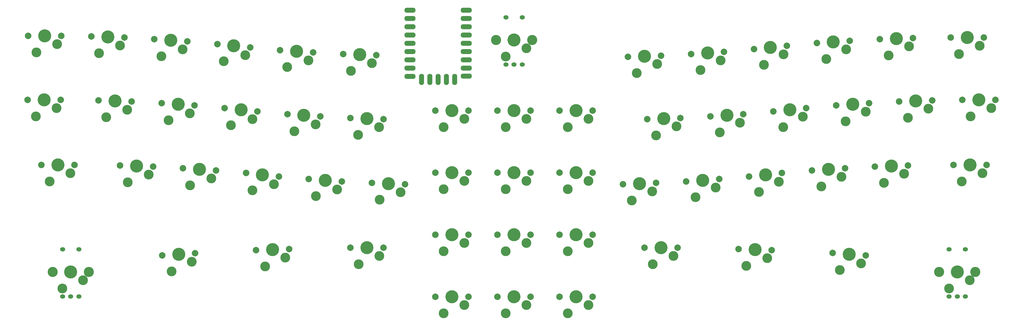
<source format=gbr>
G04 #@! TF.GenerationSoftware,KiCad,Pcbnew,7.0.9*
G04 #@! TF.CreationDate,2024-02-06T21:39:52+09:00*
G04 #@! TF.ProjectId,tijuana,74696a75-616e-4612-9e6b-696361645f70,rev?*
G04 #@! TF.SameCoordinates,Original*
G04 #@! TF.FileFunction,Soldermask,Top*
G04 #@! TF.FilePolarity,Negative*
%FSLAX46Y46*%
G04 Gerber Fmt 4.6, Leading zero omitted, Abs format (unit mm)*
G04 Created by KiCad (PCBNEW 7.0.9) date 2024-02-06 21:39:52*
%MOMM*%
%LPD*%
G01*
G04 APERTURE LIST*
%ADD10C,3.000000*%
%ADD11C,4.000000*%
%ADD12O,1.600000X1.300000*%
%ADD13C,3.100000*%
%ADD14C,2.000000*%
%ADD15C,1.250000*%
%ADD16O,3.500000X1.500000*%
%ADD17O,1.500000X3.500000*%
G04 APERTURE END LIST*
D10*
X39210000Y-101840000D03*
D11*
X35400000Y-99300000D03*
D10*
X32860000Y-104380000D03*
D12*
X32900000Y-106800000D03*
X37900000Y-106800000D03*
X35400000Y-106800000D03*
D13*
X40950000Y-99300000D03*
X29850000Y-99300000D03*
D12*
X32900000Y-92300000D03*
X37900000Y-92300000D03*
D14*
X176485900Y-106907200D03*
D10*
X175215900Y-109447200D03*
D11*
X171405900Y-106907200D03*
D10*
X168865900Y-111987200D03*
D14*
X166325900Y-106907200D03*
X71213725Y-28494763D03*
D10*
X69769638Y-30939985D03*
D11*
X66146100Y-28140400D03*
D10*
X63257924Y-33030844D03*
D14*
X61078475Y-27786037D03*
X118616425Y-71482763D03*
D10*
X117172338Y-73927985D03*
D11*
X113548800Y-71128400D03*
D10*
X110660624Y-76018844D03*
D14*
X108481175Y-70774037D03*
X299795705Y-46604011D03*
D10*
X298615124Y-49186786D03*
D11*
X294718800Y-46781300D03*
D10*
X292357637Y-51946850D03*
D14*
X289641895Y-46958589D03*
X32499900Y-26785400D03*
D10*
X31229900Y-29325400D03*
D11*
X27419900Y-26785400D03*
D10*
X24879900Y-31865400D03*
D14*
X22339900Y-26785400D03*
X241844825Y-50816937D03*
D10*
X240755100Y-53439341D03*
D11*
X236777200Y-51171300D03*
D10*
X234597750Y-56416107D03*
D14*
X231709575Y-51525663D03*
X112037425Y-51525663D03*
D10*
X110593338Y-53970885D03*
D11*
X106969800Y-51171300D03*
D10*
X104081624Y-56061744D03*
D14*
X101902175Y-50816937D03*
X279394725Y-94182263D03*
D10*
X277950638Y-96627485D03*
D11*
X274327100Y-93827900D03*
D10*
X271438924Y-98718344D03*
D14*
X269259475Y-93473537D03*
X73607225Y-93503537D03*
D10*
X72517500Y-96125941D03*
D11*
X68539600Y-93857900D03*
D10*
X66360150Y-99102707D03*
D14*
X63471975Y-94212263D03*
X319172300Y-46440000D03*
D10*
X317902300Y-48980000D03*
D11*
X314092300Y-46440000D03*
D10*
X311552300Y-51520000D03*
D14*
X309012300Y-46440000D03*
X176485900Y-49757200D03*
D10*
X175215900Y-52297200D03*
D11*
X171405900Y-49757200D03*
D10*
X168865900Y-54837200D03*
D14*
X166325900Y-49757200D03*
X60675705Y-66925689D03*
D10*
X59317834Y-69419820D03*
D11*
X55598800Y-66748400D03*
D10*
X52883058Y-71736661D03*
D14*
X50521895Y-66571111D03*
X54096705Y-46958589D03*
D10*
X52738834Y-49452720D03*
D11*
X49019800Y-46781300D03*
D10*
X46304058Y-51769561D03*
D14*
X43942895Y-46604011D03*
X131379600Y-91835300D03*
D10*
X130109600Y-94375300D03*
D11*
X126299600Y-91835300D03*
D10*
X123759600Y-96915300D03*
D14*
X121219600Y-91835300D03*
X90498271Y-30361405D03*
D10*
X88969726Y-32754739D03*
D11*
X85446100Y-29830400D03*
D10*
X82389010Y-34617069D03*
D14*
X80393929Y-29299395D03*
X216580905Y-32863111D03*
D10*
X215400324Y-35445886D03*
D11*
X211504000Y-33040400D03*
D10*
X209142837Y-38205950D03*
D14*
X206427095Y-33217689D03*
X131396705Y-52358589D03*
D10*
X130038834Y-54852720D03*
D11*
X126319800Y-52181300D03*
D10*
X123604058Y-57169561D03*
D14*
X121242895Y-52004011D03*
X176485900Y-87857200D03*
D10*
X175215900Y-90397200D03*
D11*
X171405900Y-87857200D03*
D10*
X168865900Y-92937200D03*
D14*
X166325900Y-87857200D03*
X234406425Y-70774037D03*
D10*
X233316700Y-73396441D03*
D11*
X229338800Y-71128400D03*
D10*
X227159350Y-76373207D03*
D14*
X224271175Y-71482763D03*
X215065705Y-71964011D03*
D10*
X213885124Y-74546786D03*
D11*
X209988800Y-72141300D03*
D10*
X207627637Y-77306850D03*
D14*
X204911895Y-72318589D03*
X137975705Y-72318589D03*
D10*
X136617834Y-74812720D03*
D11*
X132898800Y-72141300D03*
D10*
X130183058Y-77129561D03*
D14*
X127821895Y-71964011D03*
X195535900Y-49757200D03*
D10*
X194265900Y-52297200D03*
D11*
X190455900Y-49757200D03*
D10*
X187915900Y-54837200D03*
D14*
X185375900Y-49757200D03*
X261126771Y-48950295D03*
D10*
X260129231Y-51609132D03*
D11*
X256074600Y-49481300D03*
D10*
X254079519Y-54798974D03*
D14*
X251022429Y-50012305D03*
X280443025Y-47446937D03*
D10*
X279353300Y-50069341D03*
D11*
X275375400Y-47801300D03*
D10*
X273195950Y-53046107D03*
D14*
X270307775Y-48155663D03*
X157435900Y-49757200D03*
D10*
X156165900Y-52297200D03*
D11*
X152355900Y-49757200D03*
D10*
X149815900Y-54837200D03*
D14*
X147275900Y-49757200D03*
X292380705Y-66571111D03*
D10*
X291200124Y-69153886D03*
D11*
X287303800Y-66748400D03*
D10*
X284942637Y-71913950D03*
D14*
X282226895Y-66925689D03*
X80016425Y-68112763D03*
D10*
X78572338Y-70557985D03*
D11*
X74948800Y-67758400D03*
D10*
X72060624Y-72648844D03*
D14*
X69881175Y-67404037D03*
X195535900Y-68807200D03*
D10*
X194265900Y-71347200D03*
D11*
X190455900Y-68807200D03*
D10*
X187915900Y-73887200D03*
D14*
X185375900Y-68807200D03*
X255190171Y-29809395D03*
D10*
X254192631Y-32468232D03*
D11*
X250138000Y-30340400D03*
D10*
X248142919Y-35658074D03*
D14*
X245085829Y-30871405D03*
X316517900Y-66408400D03*
D10*
X315247900Y-68948400D03*
D11*
X311437900Y-66408400D03*
D10*
X308897900Y-71488400D03*
D14*
X306357900Y-66408400D03*
D15*
X140520000Y-18920000D03*
D16*
X139520000Y-18920000D03*
D15*
X140520000Y-21440000D03*
D16*
X139520000Y-21440000D03*
D15*
X140520000Y-23980000D03*
D16*
X139520000Y-23980000D03*
D15*
X140520000Y-26510000D03*
D16*
X139520000Y-26510000D03*
D15*
X140520000Y-29060000D03*
D16*
X139520000Y-29060000D03*
D15*
X140520000Y-31600000D03*
D16*
X139520000Y-31600000D03*
D15*
X140520000Y-34140000D03*
D16*
X139520000Y-34140000D03*
D15*
X140520000Y-36680000D03*
D16*
X139520000Y-36680000D03*
D15*
X140520000Y-39220000D03*
D16*
X139520000Y-39220000D03*
D15*
X143060000Y-39220000D03*
D17*
X143060000Y-40220000D03*
D15*
X145610000Y-39220000D03*
D17*
X145610000Y-40220000D03*
D15*
X148140334Y-39220000D03*
D17*
X148140334Y-40220000D03*
D15*
X150690334Y-39220000D03*
D17*
X150690334Y-40220000D03*
D15*
X153220000Y-39220000D03*
D17*
X153220000Y-40220000D03*
D15*
X155760000Y-39204341D03*
D16*
X156760000Y-39204341D03*
D15*
X155760000Y-36680000D03*
D16*
X156760000Y-36680000D03*
D15*
X155760000Y-34140000D03*
D16*
X156760000Y-34140000D03*
D15*
X155760000Y-31600000D03*
D16*
X156760000Y-31600000D03*
D15*
X155760000Y-29060000D03*
D16*
X156760000Y-29060000D03*
D15*
X155760000Y-26510000D03*
D16*
X156760000Y-26510000D03*
D15*
X155760000Y-23980000D03*
D16*
X156760000Y-23980000D03*
D15*
X155760000Y-21440000D03*
D16*
X156760000Y-21440000D03*
D15*
X155760000Y-18920000D03*
D16*
X156760000Y-18920000D03*
D14*
X129183005Y-32707689D03*
D10*
X127825134Y-35201820D03*
D11*
X124106100Y-32530400D03*
D10*
X121390358Y-37518661D03*
D14*
X119029195Y-32353111D03*
X32345900Y-46451300D03*
D10*
X31075900Y-48991300D03*
D11*
X27265900Y-46451300D03*
D10*
X24725900Y-51531300D03*
D14*
X22185900Y-46451300D03*
X102476505Y-92250611D03*
D10*
X101295924Y-94833386D03*
D11*
X97399600Y-92427900D03*
D10*
X95038437Y-97593450D03*
D14*
X92322695Y-92605189D03*
X92721971Y-50012305D03*
D10*
X91193426Y-52405639D03*
D11*
X87669800Y-49481300D03*
D10*
X84612710Y-54267969D03*
D14*
X82617629Y-48950295D03*
X99300971Y-69969405D03*
D10*
X97772426Y-72362739D03*
D11*
X94248800Y-69438400D03*
D10*
X91191710Y-74225069D03*
D14*
X89196629Y-68907395D03*
X235910125Y-31676037D03*
D10*
X234820400Y-34298441D03*
D11*
X230842500Y-32030400D03*
D10*
X228663050Y-37275207D03*
D14*
X225774875Y-32384763D03*
X195535900Y-87857200D03*
D10*
X194265900Y-90397200D03*
D11*
X190455900Y-87857200D03*
D10*
X187915900Y-92937200D03*
D14*
X185375900Y-87857200D03*
X36545900Y-66408400D03*
D10*
X35275900Y-68948400D03*
D11*
X31465900Y-66408400D03*
D10*
X28925900Y-71488400D03*
D14*
X26385900Y-66408400D03*
X250534005Y-92579189D03*
D10*
X249176134Y-95073320D03*
D11*
X245457100Y-92401900D03*
D10*
X242741358Y-97390161D03*
D14*
X240380195Y-92224611D03*
X253690971Y-68907395D03*
D10*
X252693431Y-71566232D03*
D11*
X248638800Y-69438400D03*
D10*
X246643719Y-74756074D03*
D14*
X243586629Y-69969405D03*
X293855205Y-27457111D03*
D10*
X292674624Y-30039886D03*
D11*
X288778300Y-27634400D03*
D10*
X286417137Y-32799950D03*
D14*
X283701395Y-27811689D03*
X222500605Y-52004011D03*
D10*
X221320024Y-54586786D03*
D11*
X217423700Y-52181300D03*
D10*
X215062537Y-57346850D03*
D14*
X212346795Y-52358589D03*
X274504125Y-28296037D03*
D10*
X273414400Y-30918441D03*
D11*
X269436500Y-28650400D03*
D10*
X267257050Y-33895207D03*
D14*
X264368875Y-29004763D03*
X221637100Y-91816000D03*
D10*
X220367100Y-94356000D03*
D11*
X216557100Y-91816000D03*
D10*
X214017100Y-96896000D03*
D14*
X211477100Y-91816000D03*
X273016425Y-67404037D03*
D10*
X271926700Y-70026441D03*
D11*
X267948800Y-67758400D03*
D10*
X265769350Y-73003207D03*
D14*
X262881175Y-68112763D03*
X73437425Y-48155663D03*
D10*
X71993338Y-50600885D03*
D11*
X68369800Y-47801300D03*
D10*
X65481624Y-52691744D03*
D14*
X63302175Y-47446937D03*
X157435900Y-87857200D03*
D10*
X156165900Y-90397200D03*
D11*
X152355900Y-87857200D03*
D10*
X149815900Y-92937200D03*
D14*
X147275900Y-87857200D03*
X176485900Y-68807200D03*
D10*
X175215900Y-71347200D03*
D11*
X171405900Y-68807200D03*
D10*
X168865900Y-73887200D03*
D14*
X166325900Y-68807200D03*
X109823725Y-31874763D03*
D10*
X108379638Y-34319985D03*
D11*
X104756100Y-31520400D03*
D10*
X101867924Y-36410844D03*
D14*
X99688475Y-31166037D03*
X157435900Y-68807200D03*
D10*
X156165900Y-71347200D03*
D11*
X152355900Y-68807200D03*
D10*
X149815900Y-73887200D03*
D14*
X147275900Y-68807200D03*
D10*
X311285600Y-101840000D03*
D11*
X307475600Y-99300000D03*
D10*
X304935600Y-104380000D03*
D12*
X304975600Y-106800000D03*
X309975600Y-106800000D03*
X307475600Y-106800000D03*
D13*
X313025600Y-99300000D03*
X301925600Y-99300000D03*
D12*
X304975600Y-92300000D03*
X309975600Y-92300000D03*
D10*
X175260000Y-30640000D03*
D11*
X171450000Y-28100000D03*
D10*
X168910000Y-33180000D03*
D12*
X168950000Y-35600000D03*
X173950000Y-35600000D03*
X171450000Y-35600000D03*
D13*
X177000000Y-28100000D03*
X165900000Y-28100000D03*
D12*
X168950000Y-21100000D03*
X173950000Y-21100000D03*
D14*
X315612700Y-27295400D03*
D10*
X314342700Y-29835400D03*
D11*
X310532700Y-27295400D03*
D10*
X307992700Y-32375400D03*
D14*
X305452700Y-27295400D03*
X51871005Y-27301689D03*
D10*
X50513134Y-29795820D03*
D11*
X46794100Y-27124400D03*
D10*
X44078358Y-32112661D03*
D14*
X41717195Y-26947111D03*
X157435900Y-106907200D03*
D10*
X156165900Y-109447200D03*
D11*
X152355900Y-106907200D03*
D10*
X149815900Y-111987200D03*
D14*
X147275900Y-106907200D03*
X195535900Y-106907200D03*
D10*
X194265900Y-109447200D03*
D11*
X190455900Y-106907200D03*
D10*
X187915900Y-111987200D03*
D14*
X185375900Y-106907200D03*
M02*

</source>
